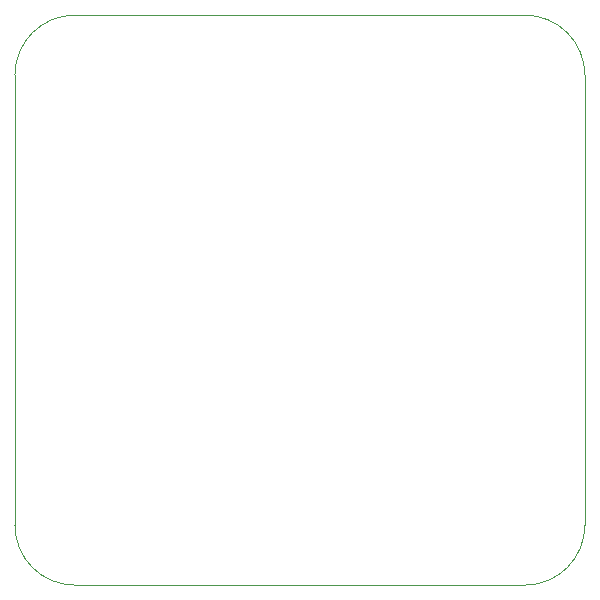
<source format=gbr>
G04 #@! TF.GenerationSoftware,KiCad,Pcbnew,(5.0.2)-1*
G04 #@! TF.CreationDate,2019-03-12T22:47:50+00:00*
G04 #@! TF.ProjectId,crazy-proto - SOT23 - Hex,6372617a-792d-4707-926f-746f202d2053,1.0*
G04 #@! TF.SameCoordinates,Original*
G04 #@! TF.FileFunction,Profile,NP*
%FSLAX46Y46*%
G04 Gerber Fmt 4.6, Leading zero omitted, Abs format (unit mm)*
G04 Created by KiCad (PCBNEW (5.0.2)-1) date 12/03/2019 22:47:50*
%MOMM*%
%LPD*%
G01*
G04 APERTURE LIST*
%ADD10C,0.100000*%
G04 APERTURE END LIST*
D10*
X161798000Y-117094000D02*
G75*
G02X156718000Y-122174000I-5080000J0D01*
G01*
X118618000Y-122174000D02*
G75*
G02X113538000Y-117094000I0J5080000D01*
G01*
X113538000Y-78994000D02*
G75*
G02X118618000Y-73914000I5080000J0D01*
G01*
X156718000Y-73914000D02*
G75*
G02X161798000Y-78994000I0J-5080000D01*
G01*
X113538000Y-117094000D02*
X113538000Y-78994000D01*
X156718000Y-122174000D02*
X118618000Y-122174000D01*
X161798000Y-78994000D02*
X161798000Y-117094000D01*
X118618000Y-73914000D02*
X156718000Y-73914000D01*
M02*

</source>
